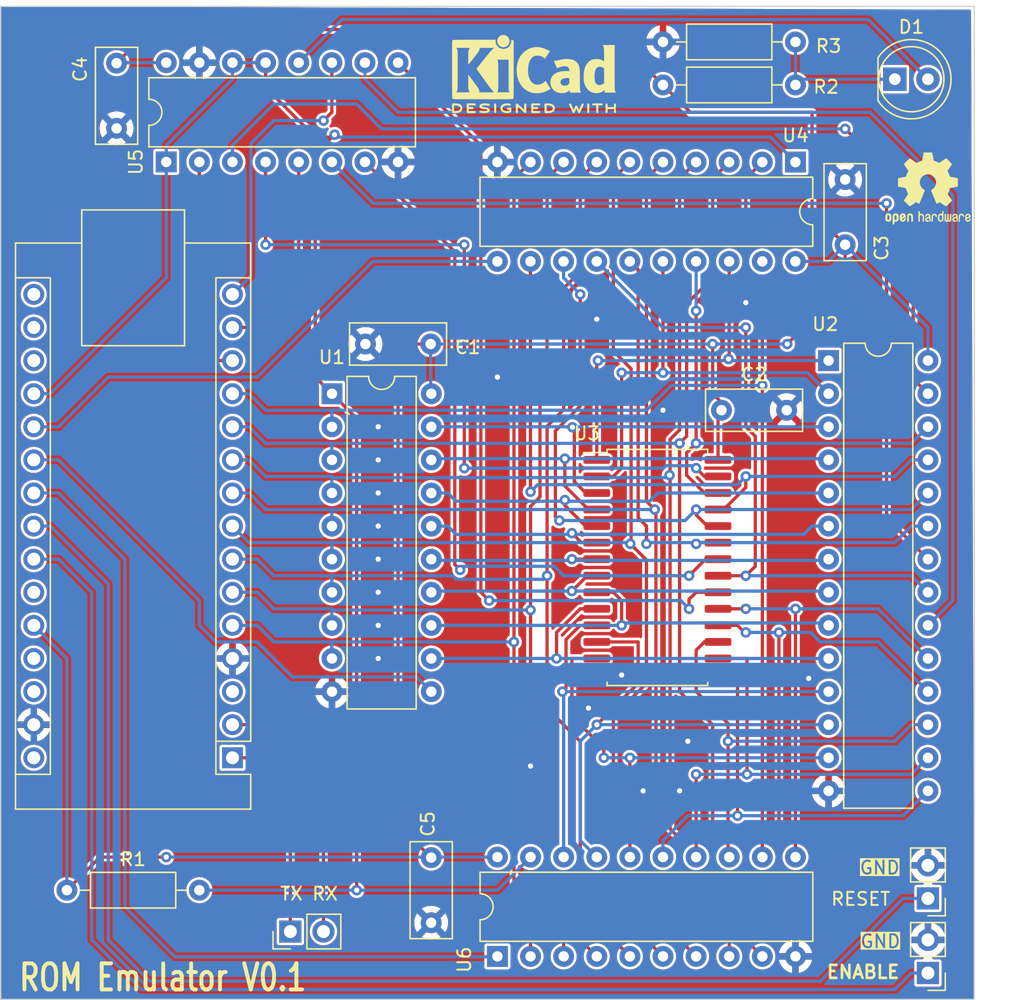
<source format=kicad_pcb>
(kicad_pcb (version 20221018) (generator pcbnew)
  (layers (0 "F.Cu" signal) (31 "B.Cu" signal) (34 "B.Paste" user) (35 "F.Paste" user) (36 "B.SilkS" user "B.Silkscreen") (37 "F.SilkS" user "F.Silkscreen") (38 "B.Mask" user) (39 "F.Mask" user) (44 "Edge.Cuts" user))
  (net 0 "")
  (net 1 "Net-(A1-D1{slash}TX)")
  (net 2 "Net-(A1-D0{slash}RX)")
  (net 4 "GND")
  (net 5 "/B0")
  (net 6 "/B1")
  (net 7 "/B2")
  (net 8 "/B3")
  (net 9 "/B4")
  (net 10 "/B5")
  (net 11 "/B6")
  (net 12 "/B7")
  (net 13 "/~{P_WE}")
  (net 14 "/~{P_OE}")
  (net 15 "/~{P_CS}")
  (net 19 "/MUX")
  (net 20 "/~{ADDRL}")
  (net 21 "/~{ADDRH}")
  (net 22 "/DIR")
  (net 23 "/T_RESET")
  (net 24 "/T_ENABLE")
  (net 26 "VCC")
  (net 30 "Net-(D1-KA)")
  (net 31 "Net-(D1-AK)")
  (net 32 "/A14")
  (net 33 "/A12")
  (net 34 "/A7")
  (net 35 "/A6")
  (net 36 "/A5")
  (net 37 "/A4")
  (net 38 "/A3")
  (net 39 "/A2")
  (net 40 "/A1")
  (net 41 "/A0")
  (net 42 "/D0")
  (net 43 "/D1")
  (net 44 "/D2")
  (net 45 "/D3")
  (net 46 "/D4")
  (net 47 "/D5")
  (net 48 "/D6")
  (net 49 "/D7")
  (net 50 "/~{T_CS}")
  (net 51 "/A10")
  (net 52 "/~{T_OE}")
  (net 53 "/A11")
  (net 54 "/A9")
  (net 55 "/A8")
  (net 56 "/A13")
  (net 57 "/~{T_WE}")
  (net 58 "/~{M_CS}")
  (net 59 "/~{M_OE}")
  (net 60 "/~{M_WE}")
  (footprint "Package_DIP:DIP-20_W7.62mm" (layer "F.Cu") (at 111.755 -205.73 -90)
    (fp_text reference "U4")
    (fp_text value "74LS573")
  )
  (footprint "Capacitor_THT:C_Rect_L7.2mm_W3.0mm_P5.00mm_FKS2_FKP2_MKS2_MKP2" (layer "F.Cu") (at 83.78 -191.77 180)
    (fp_text reference "C1")
    (fp_text value "C_Small")
  )
  (footprint "Symbol:KiCad-Logo2_5mm_SilkScreen" (layer "F.Cu") (at 91.7 -212.5)
    (fp_text reference "REF**" hide)
    (fp_text value "KiCad-Logo2_5mm_SilkScreen" hide)
  )
  (footprint "Resistor_THT:R_Axial_DIN0207_L6.3mm_D2.5mm_P10.16mm_Horizontal" (layer "F.Cu") (at 55.88 -149.86)
    (fp_text reference "R1")
    (fp_text value "R_Small")
  )
  (footprint "Capacitor_THT:C_Rect_L7.2mm_W3.0mm_P5.00mm_FKS2_FKP2_MKS2_MKP2" (layer "F.Cu") (at 59.69 -213.32 -90)
    (fp_text reference "C4")
    (fp_text value "C_Small")
  )
  (footprint "Symbol:OSHW-Logo2_7.3x6mm_SilkScreen" (layer "F.Cu") (at 121.92 -203.708)
    (fp_text reference "REF**" hide)
    (fp_text value "OSHW-Logo2_7.3x6mm_SilkScreen" hide)
  )
  (footprint "Package_DIP:DIP-20_W7.62mm" (layer "F.Cu") (at 76.21 -187.955)
    (fp_text reference "U1")
    (fp_text value "74LS573")
  )
  (footprint "Resistor_THT:R_Axial_DIN0207_L6.3mm_D2.5mm_P10.16mm_Horizontal" (layer "F.Cu") (at 101.6 -211.65)
    (fp_text reference "R2")
    (fp_text value "R_Small")
  )
  (footprint "Package_DIP:DIP-16_W7.62mm" (layer "F.Cu") (at 63.5 -205.74 90)
    (fp_text reference "U5")
    (fp_text value "74LS157")
  )
  (footprint "Capacitor_THT:C_Rect_L7.2mm_W3.0mm_P5.00mm_FKS2_FKP2_MKS2_MKP2" (layer "F.Cu") (at 106.085 -186.69)
    (fp_text reference "C2")
    (fp_text value "C_Small")
  )
  (footprint "Capacitor_THT:C_Rect_L7.2mm_W3.0mm_P5.00mm_FKS2_FKP2_MKS2_MKP2" (layer "F.Cu") (at 115.57 -199.39 90)
    (fp_text reference "C3")
    (fp_text value "C_Small")
  )
  (footprint "Resistor_THT:R_Axial_DIN0207_L6.3mm_D2.5mm_P10.16mm_Horizontal" (layer "F.Cu") (at 111.76 -214.95 180)
    (fp_text reference "R3")
    (fp_text value "R_Small")
  )
  (footprint "Connector_PinHeader_2.54mm:PinHeader_1x02_P2.54mm_Vertical" (layer "F.Cu") (at 121.92 -149.225 180)
    (fp_text reference "J2" hide)
    (fp_text value "Conn_01x02")
  )
  (footprint "Package_DIP:DIP-28_W7.62mm" (layer "F.Cu") (at 114.3 -190.5)
    (fp_text reference "U2")
    (fp_text value "28C256")
  )
  (footprint "Connector_PinHeader_2.54mm:PinHeader_1x02_P2.54mm_Vertical" (layer "F.Cu") (at 121.92 -143.505 180)
    (fp_text reference "J3" hide)
    (fp_text value "Conn_01x02")
  )
  (footprint "Capacitor_THT:C_Rect_L7.2mm_W3.0mm_P5.00mm_FKS2_FKP2_MKS2_MKP2" (layer "F.Cu") (at 83.82 -152.36 -90)
    (fp_text reference "C5")
    (fp_text value "C_Small")
  )
  (footprint "Package_DIP:DIP-20_W7.62mm" (layer "F.Cu") (at 88.9 -144.78 90)
    (fp_text reference "U6")
    (fp_text value "74LS245")
  )
  (footprint "Module:Arduino_Nano" (layer "F.Cu") (at 68.58 -160.02 180)
    (fp_text reference "A1" hide)
    (fp_text value "Arduino_Nano_v3.x")
  )
  (footprint "Connector_PinHeader_2.54mm:PinHeader_1x02_P2.54mm_Vertical" (layer "F.Cu") (at 73.02 -146.685 90)
    (fp_text reference "J1" hide)
    (fp_text value "Conn_01x02")
  )
  (footprint "LED_THT:LED_D5.0mm_FlatTop" (layer "F.Cu") (at 119.38 -212.09)
    (fp_text reference "D1")
    (fp_text value "LED_Dual_Bidirectional")
  )
  (footprint "Package_SO:SOIC-28W_7.5x17.9mm_P1.27mm" (layer "F.Cu") (at 101.17 -174.625)
    (fp_text reference "U3")
    (fp_text value "FM18W08-SG")
  )
  (gr_rect (start 50.8 -217.678) (end 125.476 -141.478) (stroke (width 0.1)) (fill none) (layer "Edge.Cuts"))
  (gr_text "ENABLE" (at 114.05 -143) (layer "F.SilkS") (effects (font (size 1 1) (thickness 0.2) bold) (justify left bottom)))
  (gr_text "RESET" (at 114.4 -148.6) (layer "F.SilkS") (effects (font (size 1 1)) (justify left bottom)))
  (gr_text "RX" (at 74.6 -149) (layer "F.SilkS") (effects (font (size 1 1)) (justify left bottom)))
  (gr_text "GND" (at 116.65 -145.35) (layer "F.SilkS" knockout) (effects (font (size 1 1)) (justify left bottom)))
  (gr_text "TX" (at 72.15 -149) (layer "F.SilkS") (effects (font (size 1 1)) (justify left bottom)))
  (gr_text "ROM Emulator V0.1" (at 52.07 -141.986) (layer "F.SilkS") (effects (font (size 2 1.5) (thickness 0.3) bold) (justify left bottom)))
  (gr_text "GND" (at 116.6 -151) (layer "F.SilkS" knockout) (effects (font (size 1 1)) (justify left bottom)))
  (segment (start 73.02 -156.85) (end 73.02 -146.685) (width 0.25) (layer "F.Cu") (net 1))
  (segment (start 68.58 -160.02) (end 69.85 -160.02) (width 0.25) (layer "F.Cu") (net 1))
  (segment (start 69.85 -160.02) (end 73.02 -156.85) (width 0.25) (layer "F.Cu") (net 1))
  (segment (start 70.1675 -162.56) (end 75.56 -157.1675) (width 0.25) (layer "F.Cu") (net 2))
  (segment (start 68.58 -162.56) (end 70.1675 -162.56) (width 0.25) (layer "F.Cu") (net 2))
  (segment (start 75.56 -157.1675) (end 75.56 -146.685) (width 0.25) (layer "F.Cu") (net 2))
  (via (at 101.6 -186.69) (size 0.8) (drill 0.4) (layers "F.Cu" "B.Cu") (net 4))
  (via (at 79.756 -182.88) (size 0.8) (drill 0.4) (layers "F.Cu" "B.Cu") (net 4))
  (via (at 79.756 -167.64) (size 0.8) (drill 0.4) (layers "F.Cu" "B.Cu") (net 4))
  (via (at 112.776 -166.116) (size 0.8) (drill 0.4) (layers "F.Cu" "B.Cu") (net 4))
  (via (at 88.9 -189.23) (size 0.8) (drill 0.4) (layers "F.Cu" "B.Cu") (net 4))
  (via (at 79.756 -175.26) (size 0.8) (drill 0.4) (layers "F.Cu" "B.Cu") (net 4))
  (via (at 102.87 -157.48) (size 0.8) (drill 0.4) (layers "F.Cu" "B.Cu") (net 4))
  (via (at 79.756 -185.42) (size 0.8) (drill 0.4) (layers "F.Cu" "B.Cu") (net 4))
  (via (at 95.885 -163.83) (size 0.8) (drill 0.4) (layers "F.Cu" "B.Cu") (net 4))
  (via (at 103.505 -161.29) (size 0.8) (drill 0.4) (layers "F.Cu" "B.Cu") (net 4))
  (via (at 91.44 -159.385) (size 0.8) (drill 0.4) (layers "F.Cu" "B.Cu") (net 4))
  (via (at 96.52 -193.675) (size 0.8) (drill 0.4) (layers "F.Cu" "B.Cu") (net 4))
  (via (at 79.756 -170.18) (size 0.8) (drill 0.4) (layers "F.Cu" "B.Cu") (net 4))
  (via (at 98.425 -166.37) (size 0.8) (drill 0.4) (layers "F.Cu" "B.Cu") (net 4))
  (via (at 100.076 -157.48) (size 0.8) (drill 0.4) (layers "F.Cu" "B.Cu") (net 4))
  (via (at 107.95 -194.945) (size 0.8) (drill 0.4) (layers "F.Cu" "B.Cu") (net 4))
  (via (at 79.756 -180.34) (size 0.8) (drill 0.4) (layers "F.Cu" "B.Cu") (net 4))
  (via (at 79.756 -172.72) (size 0.8) (drill 0.4) (layers "F.Cu" "B.Cu") (net 4))
  (via (at 79.756 -177.8) (size 0.8) (drill 0.4) (layers "F.Cu" "B.Cu") (net 4))
  (segment (start 91.44 -146.05) (end 90.17 -147.32) (width 0.25) (layer "F.Cu") (net 5))
  (segment (start 90.17 -204.465) (end 91.435 -205.73) (width 0.25) (layer "F.Cu") (net 5))
  (segment (start 91.44 -144.78) (end 91.44 -146.05) (width 0.25) (layer "F.Cu") (net 5))
  (segment (start 90.17 -147.32) (end 90.17 -204.465) (width 0.25) (layer "F.Cu") (net 5))
  (via (at 90.17 -168.91) (size 0.8) (drill 0.4) (layers "F.Cu" "B.Cu") (net 5))
  (segment (start 70.485 -170.18) (end 71.755 -168.91) (width 0.25) (layer "B.Cu") (net 5))
  (segment (start 76.2 -168.91) (end 90.17 -168.91) (width 0.25) (layer "B.Cu") (net 5))
  (segment (start 68.58 -170.18) (end 70.485 -170.18) (width 0.25) (layer "B.Cu") (net 5))
  (segment (start 76.2 -168.91) (end 76.2 -167.645) (width 0.25) (layer "B.Cu") (net 5))
  (segment (start 71.755 -168.91) (end 76.2 -168.91) (width 0.25) (layer "B.Cu") (net 5))
  (segment (start 92.1645 -180.128076) (end 92.1677 -180.131276) (width 0.25) (layer "F.Cu") (net 6))
  (segment (start 92.1645 -180.737324) (end 92.1645 -187.4145) (width 0.25) (layer "F.Cu") (net 6))
  (segment (start 92.71 -147.32) (end 92.71 -162.56) (width 0.25) (layer "F.Cu") (net 6))
  (segment (start 92.1645 -187.4145) (end 92.71 -187.96) (width 0.25) (layer "F.Cu") (net 6))
  (segment (start 91.44 -163.83) (end 91.44 -179.315402) (width 0.25) (layer "F.Cu") (net 6))
  (segment (start 92.1645 -180.039902) (end 92.1645 -180.128076) (width 0.25) (layer "F.Cu") (net 6))
  (segment (start 93.98 -144.78) (end 93.98 -146.05) (width 0.25) (layer "F.Cu") (net 6))
  (segment (start 93.98 -146.05) (end 92.71 -147.32) (width 0.25) (layer "F.Cu") (net 6))
  (segment (start 92.1677 -180.131276) (end 92.1677 -180.734124) (width 0.25) (layer "F.Cu") (net 6))
  (segment (start 92.71 -162.56) (end 91.44 -163.83) (width 0.25) (layer "F.Cu") (net 6))
  (segment (start 92.71 -204.465) (end 93.975 -205.73) (width 0.25) (layer "F.Cu") (net 6))
  (segment (start 91.44 -179.315402) (end 92.1645 -180.039902) (width 0.25) (layer "F.Cu") (net 6))
  (segment (start 92.71 -187.96) (end 92.71 -204.465) (width 0.25) (layer "F.Cu") (net 6))
  (segment (start 92.1677 -180.734124) (end 92.1645 -180.737324) (width 0.25) (layer "F.Cu") (net 6))
  (via (at 91.44 -171.3573) (size 0.8) (drill 0.4) (layers "F.Cu" "B.Cu") (net 6))
  (segment (start 71.755 -171.45) (end 76.2 -171.45) (width 0.25) (layer "B.Cu") (net 6))
  (segment (start 76.2 -171.45) (end 76.2 -170.185) (width 0.25) (layer "B.Cu") (net 6))
  (segment (start 68.58 -172.72) (end 70.485 -172.72) (width 0.25) (layer "B.Cu") (net 6))
  (segment (start 76.2 -171.45) (end 76.2927 -171.3573) (width 0.25) (layer "B.Cu") (net 6))
  (segment (start 70.485 -172.72) (end 71.755 -171.45) (width 0.25) (layer "B.Cu") (net 6))
  (segment (start 76.2927 -171.3573) (end 91.44 -171.3573) (width 0.25) (layer "B.Cu") (net 6))
  (segment (start 96.515 -205.73) (end 95.25 -204.465) (width 0.25) (layer "F.Cu") (net 7))
  (segment (start 93.98 -196.049742) (end 93.98 -186.73) (width 0.25) (layer "F.Cu") (net 7))
  (segment (start 95.25 -204.465) (end 95.25 -197.319742) (width 0.25) (layer "F.Cu") (net 7))
  (segment (start 92.706899 -173.983799) (end 92.709999 -173.986899) (width 0.25) (layer "F.Cu") (net 7))
  (segment (start 96.52 -144.78) (end 95.25 -146.05) (width 0.25) (layer "F.Cu") (net 7))
  (segment (start 92.706899 -163.827885) (end 92.706899 -173.983799) (width 0.25) (layer "F.Cu") (net 7))
  (segment (start 92.71 -185.46) (end 92.709999 -173.986899) (width 0.25) (layer "F.Cu") (net 7))
  (segment (start 95.25 -161.284784) (end 92.706899 -163.827885) (width 0.25) (layer "F.Cu") (net 7))
  (segment (start 93.98 -186.73) (end 92.71 -185.46) (width 0.25) (layer "F.Cu") (net 7))
  (segment (start 95.25 -146.05) (end 95.25 -161.284784) (width 0.25) (layer "F.Cu") (net 7))
  (segment (start 95.25 -197.319742) (end 93.98 -196.049742) (width 0.25) (layer "F.Cu") (net 7))
  (via (at 92.709999 -173.986899) (size 0.8) (drill 0.4) (layers "F.Cu" "B.Cu") (net 7))
  (segment (start 85.741076 -173.7119) (end 92.435 -173.7119) (width 0.25) (layer "B.Cu") (net 7))
  (segment (start 71.755 -173.99) (end 76.2 -173.99) (width 0.25) (layer "B.Cu") (net 7))
  (segment (start 85.462976 -173.99) (end 85.741076 -173.7119) (width 0.25) (layer "B.Cu") (net 7))
  (segment (start 76.2 -173.99) (end 76.2 -172.725) (width 0.25) (layer "B.Cu") (net 7))
  (segment (start 92.435 -173.7119) (end 92.709999 -173.986899) (width 0.25) (layer "B.Cu") (net 7))
  (segment (start 70.485 -175.26) (end 71.755 -173.99) (width 0.25) (layer "B.Cu") (net 7))
  (segment (start 76.2 -173.99) (end 85.462976 -173.99) (width 0.25) (layer "B.Cu") (net 7))
  (segment (start 68.58 -175.26) (end 70.485 -175.26) (width 0.25) (layer "B.Cu") (net 7))
  (segment (start 99.1527 -189.867536) (end 99.1527 -176.496306) (width 0.25) (layer "F.Cu") (net 8))
  (segment (start 97.79 -146.05) (end 97.79 -163.189784) (width 0.25) (layer "F.Cu") (net 8))
  (segment (start 99.1527 -176.496306) (end 99.093694 -176.4373) (width 0.25) (layer "F.Cu") (net 8))
  (segment (start 99.06 -144.78) (end 97.79 -146.05) (width 0.25) (layer "F.Cu") (net 8))
  (segment (start 97.79 -204.465) (end 97.79 -191.230236) (width 0.25) (layer "F.Cu") (net 8))
  (segment (start 100.33 -175.200994) (end 99.093694 -176.4373) (width 0.25) (layer "F.Cu") (net 8))
  (segment (start 100.33 -165.729784) (end 100.33 -175.200994) (width 0.25) (layer "F.Cu") (net 8))
  (segment (start 97.79 -163.189784) (end 100.33 -165.729784) (width 0.25) (layer "F.Cu") (net 8))
  (segment (start 97.79 -191.230236) (end 99.1527 -189.867536) (width 0.25) (layer "F.Cu") (net 8))
  (segment (start 99.055 -205.73) (end 97.79 -204.465) (width 0.25) (layer "F.Cu") (net 8))
  (via (at 99.093694 -176.4373) (size 0.8) (drill 0.4) (layers "F.Cu" "B.Cu") (net 8))
  (segment (start 68.58 -177.8) (end 69.85 -176.53) (width 0.25) (layer "B.Cu") (net 8))
  (segment (start 76.2 -176.53) (end 76.2 -175.265) (width 0.25) (layer "B.Cu") (net 8))
  (segment (start 99.000994 -176.53) (end 99.093694 -176.4373) (width 0.25) (layer "B.Cu") (net 8))
  (segment (start 76.2 -176.53) (end 99.000994 -176.53) (width 0.25) (layer "B.Cu") (net 8))
  (segment (start 69.85 -176.53) (end 76.2 -176.53) (width 0.25) (layer "B.Cu") (net 8))
  (segment (start 101.057701 -155.667701) (end 101.057701 -178.977299) (width 0.25) (layer "F.Cu") (net 9))
  (segment (start 100.4718 -145.9082) (end 100.4718 -155.0818) (width 0.25) (layer "F.Cu") (net 9))
  (segment (start 100.4718 -155.0818) (end 101.057701 -155.667701) (width 0.25) (layer "F.Cu") (net 9))
  (segment (start 101.595 -205.73) (end 100.33 -204.465) (width 0.25) (layer "F.Cu") (net 9))
  (segment (start 100.33 -204.465) (end 100.33 -179.705) (width 0.25) (layer "F.Cu") (net 9))
  (segment (start 101.6 -144.78) (end 100.4718 -145.9082) (width 0.25) (layer "F.Cu") (net 9))
  (segment (start 101.057701 -178.977299) (end 100.965 -179.07) (width 0.25) (layer "F.Cu") (net 9))
  (segment (start 100.33 -179.705) (end 100.965 -179.07) (width 0.25) (layer "F.Cu") (net 9))
  (via (at 100.965 -179.07) (size 0.8) (drill 0.4) (layers "F.Cu" "B.Cu") (net 9))
  (segment (start 68.58 -180.34) (end 69.85 -180.34) (width 0.25) (layer "B.Cu") (net 9))
  (segment (start 76.2 -179.07) (end 76.2 -177.805) (width 0.25) (layer "B.Cu") (net 9))
  (segment (start 71.12 -179.07) (end 76.2 -179.07) (width 0.25) (layer "B.Cu") (net 9))
  (segment (start 76.2 -179.07) (end 100.965 -179.07) (width 0.25) (layer "B.Cu") (net 9))
  (segment (start 69.85 -180.34) (end 71.12 -179.07) (width 0.25) (layer "B.Cu") (net 9))
  (segment (start 102.1423 -154.560458) (end 102.87 -153.832758) (width 0.25) (layer "F.Cu") (net 10))
  (segment (start 102.87 -146.05) (end 104.14 -144.78) (width 0.25) (layer "F.Cu") (net 10))
  (segment (start 102.1423 -184.451424) (end 102.1423 -154.560458) (width 0.25) (layer "F.Cu") (net 10))
  (segment (start 102.87 -204.465) (end 102.87 -185.179124) (width 0.25) (layer "F.Cu") (net 10))
  (segment (start 102.87 -153.832758) (end 102.87 -146.05) (width 0.25) (layer "F.Cu") (net 10))
  (segment (start 104.135 -205.73) (end 102.87 -204.465) (width 0.25) (layer "F.Cu") (net 10))
  (segment (start 102.87 -185.179124) (end 102.1423 -184.451424) (width 0.25) (layer "F.Cu") (net 10))
  (via (at 102.10222 -181.7027) (size 0.8) (drill 0.4) (layers "F.Cu" "B.Cu") (net 10))
  (segment (start 76.2 -181.61) (end 76.2 -180.345) (width 0.25) (layer "B.Cu") (net 10))
  (segment (start 76.2 -181.61) (end 76.2927 -181.5173) (width 0.25) (layer "B.Cu") (net 10))
  (segment (start 71.12 -181.61) (end 76.2 -181.61) (width 0.25) (layer "B.Cu") (net 10))
  (segment (start 69.85 -182.88) (end 71.12 -181.61) (width 0.25) (layer "B.Cu") (net 10))
  (segment (start 101.91682 -181.5173) (end 102.10222 -181.7027) (width 0.25) (layer "B.Cu") (net 10))
  (segment (start 68.58 -182.88) (end 69.85 -182.88) (width 0.25) (layer "B.Cu") (net 10))
  (segment (start 76.2927 -181.5173) (end 101.91682 -181.5173) (width 0.25) (layer "B.Cu") (net 10))
  (segment (start 105.41 -204.465) (end 105.41 -196.85) (width 0.25) (layer "F.Cu") (net 11))
  (segment (start 103.412299 -184.692299) (end 102.87 -184.15) (width 0.25) (layer "F.Cu") (net 11))
  (segment (start 105.41 -147.32) (end 105.41 -162.56) (width 0.25) (layer "F.Cu") (net 11))
  (segment (start 106.675 -205.73) (end 105.41 -204.465) (width 0.25) (layer "F.Cu") (net 11))
  (segment (start 105.41 -162.56) (end 102.87 -165.1) (width 0.25) (layer "F.Cu") (net 11))
  (segment (start 106.68 -144.78) (end 106.68 -146.05) (width 0.25) (layer "F.Cu") (net 11))
  (segment (start 103.412299 -194.852299) (end 103.412299 -184.692299) (width 0.25) (layer "F.Cu") (net 11))
  (segment (start 105.41 -196.85) (end 103.412299 -194.852299) (width 0.25) (layer "F.Cu") (net 11))
  (segment (start 102.87 -165.1) (end 102.87 -184.15) (width 0.25) (layer "F.Cu") (net 11))
  (segment (start 106.68 -146.05) (end 105.41 -147.32) (width 0.25) (layer "F.Cu") (net 11))
  (via (at 102.87 -184.15) (size 0.8) (drill 0.4) (layers "F.Cu" "B.Cu") (net 11))
  (segment (start 68.58 -185.42) (end 69.85 -185.42) (width 0.25) (layer "B.Cu") (net 11))
  (segment (start 69.85 -185.42) (end 71.12 -184.15) (width 0.25) (layer "B.Cu") (net 11))
  (segment (start 76.2 -184.15) (end 102.87 -184.15) (width 0.25) (layer "B.Cu") (net 11))
  (segment (start 71.12 -184.15) (end 76.2 -184.15) (width 0.25) (layer "B.Cu") (net 11))
  (segment (start 76.2 -184.15) (end 76.2 -182.885) (width 0.25) (layer "B.Cu") (net 11))
  (segment (start 109.22 -196.509484) (end 109.22 -154.94) (width 0.25) (layer "F.Cu") (net 12))
  (segment (start 109.215 -205.73) (end 107.95 -204.465) (width 0.25) (layer "F.Cu") (net 12))
  (segment (start 107.95 -146.05) (end 109.22 -144.78) (width 0.25) (layer "F.Cu") (net 12))
  (segment (start 109.22 -154.94) (end 107.95 -153.67) (width 0.25) (layer "F.Cu") (net 12))
  (segment (start 107.95 -197.779484) (end 109.22 -196.509484) (width 0.25) (layer "F.Cu") (net 12))
  (segment (start 107.95 -153.67) (end 107.95 -146.05) (width 0.25) (layer "F.Cu") (net 12))
  (segment (start 107.95 -204.465) (end 107.95 -197.779484) (width 0.25) (layer "F.Cu") (net 12))
  (via (at 109.22 -188.595) (size 0.8) (drill 0.4) (layers "F.Cu" "B.Cu") (net 12))
  (segment (start 71.12 -186.69) (end 76.2 -186.69) (width 0.25) (layer "B.Cu") (net 12))
  (segment (start 102.235 -188.595) (end 109.22 -188.595) (width 0.25) (layer "B.Cu") (net 12))
  (segment (start 76.2 -186.69) (end 76.2 -185.425) (width 0.25) (layer "B.Cu") (net 12))
  (segment (start 69.85 -187.96) (end 71.12 -186.69) (width 0.25) (layer "B.Cu") (net 12))
  (segment (start 76.2 -186.69) (end 100.33 -186.69) (width 0.25) (layer "B.Cu") (net 12))
  (segment (start 68.58 -187.96) (end 69.85 -187.96) (width 0.25) (layer "B.Cu") (net 12))
  (segment (start 100.33 -186.69) (end 102.235 -188.595) (width 0.25) (layer "B.Cu") (net 12))
  (segment (start 67.31 -190.5) (end 66.04 -191.77) (width 0.25) (layer "F.Cu") (net 13))
  (segment (start 66.04 -191.77) (end 66.04 -205.74) (width 0.25) (layer "F.Cu") (net 13))
  (segment (start 68.58 -190.5) (end 67.31 -190.5) (width 0.25) (layer "F.Cu") (net 13))
  (segment (start 68.58 -193.04) (end 71.12 -193.04) (width 0.25) (layer "F.Cu") (net 14))
  (segment (start 73.66 -195.58) (end 73.66 -205.74) (width 0.25) (layer "F.Cu") (net 14))
  (segment (start 71.12 -193.04) (end 73.66 -195.58) (width 0.25) (layer "F.Cu") (net 14))
  (segment (start 76.2 -213.36) (end 76.2 -209.55) (width 0.25) (layer "F.Cu") (net 15))
  (segment (start 76.2 -209.55) (end 75.565 -208.915) (width 0.25) (layer "F.Cu") (net 15))
  (via (at 75.565 -208.915) (size 0.8) (drill 0.4) (layers "F.Cu" "B.Cu") (net 15))
  (segment (start 71.755 -208.915) (end 75.565 -208.915) (width 0.25) (layer "B.Cu") (net 15))
  (segment (start 69.9918 -196.9918) (end 69.9918 -207.1518) (width 0.25) (layer "B.Cu") (net 15))
  (segment (start 69.9918 -207.1518) (end 71.755 -208.915) (width 0.25) (layer "B.Cu") (net 15))
  (segment (start 68.58 -195.58) (end 69.9918 -196.9918) (width 0.25) (layer "B.Cu") (net 15))
  (segment (start 74.93 -206.354949) (end 76.407088 -207.832037) (width 0.25) (layer "F.Cu") (net 19))
  (segment (start 76.21 -187.955) (end 78.105 -186.06) (width 0.25) (layer "F.Cu") (net 19))
  (segment (start 76.21 -187.955) (end 74.93 -189.235) (width 0.25) (layer "F.Cu") (net 19))
  (segment (start 71.12 -213.36) (end 71.12 -211.455) (width 0.25) (layer "F.Cu") (net 19))
  (segment (start 74.93 -189.235) (end 74.93 -206.354949) (width 0.25) (layer "F.Cu") (net 19))
  (segment (start 76.220051 -207.645) (end 76.407088 -207.832037) (width 0.25) (layer "F.Cu") (net 19))
  (segment (start 71.12 -211.455) (end 74.93 -207.645) (width 0.25) (layer "F.Cu") (net 19))
  (segment (start 74.93 -207.645) (end 76.220051 -207.645) (width 0.25) (layer "F.Cu") (net 19))
  (segment (start 78.105 -186.06) (end 78.105 -149.86) (width 0.25) (layer "F.Cu") (net 19))
  (via (at 78.105 -149.86) (size 0.8) (drill 0.4) (layers "F.Cu" "B.Cu") (net 19))
  (via (at 76.407088 -207.832037) (size 0.8) (drill 0.4) (layers "F.Cu" "B.Cu") (net 19))
  (segment (start 109.84 -207.645) (end 76.594125 -207.645) (width 0.25) (layer "B.Cu") (net 19))
  (segment (start 63.5 -205.74) (end 63.5 -207.01) (width 0.25) (layer "B.Cu") (net 19))
  (segment (start 63.5 -196.85) (end 63.5 -205.74) (width 0.25) (layer "B.Cu") (net 19))
  (segment (start 68.58 -213.36) (end 71.12 -213.36) (width 0.25) (layer "B.Cu") (net 19))
  (segment (start 76.594125 -207.645) (end 76.407088 -207.832037) (width 0.25) (layer "B.Cu") (net 19))
  (segment (start 66.04 -149.86) (end 88.9 -149.86) (width 0.25) (layer "B.Cu") (net 19))
  (segment (start 63.5 -207.01) (end 68.58 -212.09) (width 0.25) (layer "B.Cu") (net 19))
  (segment (start 88.9 -149.86) (end 91.44 -152.4) (width 0.25) (layer "B.Cu") (net 19))
  (segment (start 68.58 -212.09) (end 68.58 -213.36) (width 0.25) (layer "B.Cu") (net 19))
  (segment (start 111.755 -205.73) (end 109.84 -207.645) (width 0.25) (layer "B.Cu") (net 19))
  (segment (start 53.34 -187.96) (end 54.61 -187.96) (width 0.25) (layer "B.Cu") (net 19))
  (segment (start 54.61 -187.96) (end 63.5 -196.85) (width 0.25) (layer "B.Cu") (net 19))
  (segment (start 67.31 -168.91) (end 70.485 -168.91) (width 0.25) (layer "B.Cu") (net 20))
  (segment (start 73.1718 -166.2232) (end 82.7018 -166.2232) (width 0.25) (layer "B.Cu") (net 20))
  (segment (start 70.485 -168.91) (end 73.1718 -166.2232) (width 0.25) (layer "B.Cu") (net 20))
  (segment (start 66.04 -172.085) (end 66.04 -170.18) (width 0.25) (layer "B.Cu") (net 20))
  (segment (start 82.7018 -166.2232) (end 83.83 -165.095) (width 0.25) (layer "B.Cu") (net 20))
  (segment (start 53.34 -182.88) (end 55.245 -182.88) (width 0.25) (layer "B.Cu") (net 20))
  (segment (start 66.04 -170.18) (end 67.31 -168.91) (width 0.25) (layer "B.Cu") (net 20))
  (segment (start 55.245 -182.88) (end 66.04 -172.085) (width 0.25) (layer "B.Cu") (net 20))
  (segment (start 53.34 -185.42) (end 55.245 -185.42) (width 0.25) (layer "B.Cu") (net 21))
  (segment (start 70.485 -189.23) (end 79.365 -198.11) (width 0.25) (layer "B.Cu") (net 21))
  (segment (start 55.245 -185.42) (end 59.055 -189.23) (width 0.25) (layer "B.Cu") (net 21))
  (segment (start 79.365 -198.11) (end 88.895 -198.11) (width 0.25) (layer "B.Cu") (net 21))
  (segment (start 59.055 -189.23) (end 70.485 -189.23) (width 0.25) (layer "B.Cu") (net 21))
  (segment (start 64.165 -144.75) (end 88.87 -144.75) (width 0.25) (layer "B.Cu") (net 22))
  (segment (start 60.325 -175.26) (end 60.325 -148.59) (width 0.25) (layer "B.Cu") (net 22))
  (segment (start 88.87 -144.75) (end 88.9 -144.78) (width 0.25) (layer "B.Cu") (net 22))
  (segment (start 60.325 -148.59) (end 64.165 -144.75) (width 0.25) (layer "B.Cu") (net 22))
  (segment (start 55.245 -180.34) (end 60.325 -175.26) (width 0.25) (layer "B.Cu") (net 22))
  (segment (start 53.34 -180.34) (end 55.245 -180.34) (width 0.25) (layer "B.Cu") (net 22))
  (segment (start 121.92 -149.225) (end 120.015 -149.225) (width 0.25) (layer "B.Cu") (net 23))
  (segment (start 59.055 -146.05) (end 59.055 -173.355) (width 0.25) (layer "B.Cu") (net 23))
  (segment (start 120.015 -149.225) (end 113.665 -142.875) (width 0.25) (layer "B.Cu") (net 23))
  (segment (start 62.23 -142.875) (end 59.055 -146.05) (width 0.25) (layer "B.Cu") (net 23))
  (segment (start 113.665 -142.875) (end 62.23 -142.875) (width 0.25) (layer "B.Cu") (net 23))
  (segment (start 59.055 -173.355) (end 54.61 -177.8) (width 0.25) (layer "B.Cu") (net 23))
  (segment (start 54.61 -177.8) (end 53.34 -177.8) (width 0.25) (layer "B.Cu") (net 23))
  (segment (start 120.645 -143.505) (end 121.92 -143.505) (width 0.25) (layer "B.Cu") (net 24))
  (segment (start 119.38 -142.24) (end 120.645 -143.505) (width 0.25) (layer "B.Cu") (net 24))
  (segment (start 61.595 -142.24) (end 57.785 -146.05) (width 0.25) (layer "B.Cu") (net 24))
  (segment (start 57.785 -146.05) (end 57.785 -172.72) (width 0.25) (layer "B.Cu") (net 24))
  (segment (start 119.38 -142.24) (end 61.595 -142.24) (width 0.25) (layer "B.Cu") (net 24))
  (segment (start 55.245 -175.26) (end 53.34 -175.26) (width 0.25) (layer "B.Cu") (net 24))
  (segment (start 57.785 -172.72) (end 55.245 -175.26) (width 0.25) (layer "B.Cu") (net 24))
  (segment (start 113.03 -201.93) (end 113.03 -209.55) (width 0.25) (layer "F.Cu") (net 26))
  (segment (start 111.125 -191.77) (end 115.57 -196.215) (width 0.25) (layer "F.Cu") (net 26))
  (segment (start 115.57 -199.39) (end 113.03 -201.93) (width 0.25) (layer "F.Cu") (net 26))
  (segment (start 62.27 -215.9) (end 59.69 -213.32) (width 0.25) (layer "F.Cu") (net 26))
  (segment (start 97.35 -215.9) (end 62.27 -215.9) (width 0.25) (layer "F.Cu") (net 26))
  (segment (start 82.55 -191.77) (end 81.28 -190.5) (width 0.25) (layer "F.Cu") (net 26))
  (segment (start 105.41 -187.96) (end 105.41 -191.77) (width 0.25) (layer "F.Cu") (net 26))
  (segment (start 115.57 -196.215) (end 115.57 -199.39) (width 0.25) (layer "F.Cu") (net 26))
  (segment (start 58.42 -152.4) (end 55.88 -149.86) (width 0.25) (layer "F.Cu") (net 26))
  (segment (start 113.03 -209.55) (end 103.7 -209.55) (width 0.25) (layer "F.Cu") (net 26))
  (segment (start 105.82 -182.88) (end 105.82 -186.425) (width 0.25) (layer "F.Cu") (net 26))
  (segment (start 81.28 -190.5) (end 81.28 -154.9) (width 0.25) (layer "F.Cu") (net 26))
  (segment (start 63.5 -152.4) (end 58.42 -152.4) (width 0.25) (layer "F.Cu") (net 26))
  (segment (start 83.78 -191.77) (end 82.55 -191.77) (width 0.25) (layer "F.Cu") (net 26))
  (segment (start 103.7 -209.55) (end 97.35 -215.9) (width 0.25) (layer "F.Cu") (net 26))
  (segment (start 81.28 -154.9) (end 83.82 -152.36) (width 0.25) (layer "F.Cu") (net 26))
  (segment (start 106.085 -187.285) (end 105.41 -187.96) (width 0.25) (layer "F.Cu") (net 26))
  (via (at 63.5 -152.4) (size 0.8) (drill 0.4) (layers "F.Cu" "B.Cu") (net 26))
  (via (at 111.125 -191.77) (size 0.8) (drill 0.4) (layers "F.Cu" "B.Cu") (net 26))
  (via (at 105.41 -191.77) (size 0.8) (drill 0.4) (layers "F.Cu" "B.Cu") (net 26))
  (segment (start 55.88 -167.64) (end 53.34 -170.18) (width 0.25) (layer "B.Cu") (net 26))
  (segment (start 83.78 -152.4) (end 63.5 -152.4) (width 0.25) (layer "B.Cu") (net 26))
  (segment (start 83.78 -191.77) (end 105.41 -191.77) (width 0.25) (layer "B.Cu") (net 26))
  (segment (start 55.88 -149.86) (end 55.88 -167.64) (width 0.25) (layer "B.Cu") (net 26))
  (segment (start 121.92 -190.5) (end 121.92 -193.04) (width 0.25) (layer "B.Cu") (net 26))
  (segment (start 114.29 -198.11) (end 115.57 -199.39) (width 0.25) (layer "B.Cu") (net 26))
  (segment (start 105.41 -191.77) (end 111.125 -191.77) (width 0.25) (layer "B.Cu") (net 26))
  (segment (start 88.9 -152.4) (end 83.86 -152.4) (width 0.25) (layer "B.Cu") (net 26))
  (segment (start 111.755 -198.11) (end 114.29 -198.11) (width 0.25) (layer "B.Cu") (net 26))
  (segment (start 83.78 -191.77) (end 83.78 -188.005) (width 0.25) (layer "B.Cu") (net 26))
  (segment (start 121.92 -193.04) (end 115.57 -199.39) (width 0.25) (layer "B.Cu") (net 26))
  (segment (start 59.73 -213.36) (end 63.5 -213.36) (width 0.25) (layer "B.Cu") (net 26))
  (segment (start 119.38 -212.09) (end 112.2 -212.09) (width 0.25) (layer "B.Cu") (net 30))
  (segment (start 112.2 -212.09) (end 111.76 -211.65) (width 0.25) (layer "B.Cu") (net 30))
  (segment (start 111.76 -214.95) (end 111.76 -211.65) (width 0.25) (layer "B.Cu") (net 30))
  (segment (start 76.962 -216.662) (end 73.66 -213.36) (width 0.25) (layer "B.Cu") (net 31))
  (segment (start 117.348 -216.662) (end 76.962 -216.662) (width 0.25) (layer "B.Cu") (net 31))
  (segment (start 121.92 -212.09) (end 117.348 -216.662) (width 0.25) (layer "B.Cu") (net 31))
  (segment (start 96.52 -182.88) (end 96.52 -190.4073) (width 0.25) (layer "F.Cu") (net 32))
  (segment (start 96.52 -190.4073) (end 96.6127 -190.5) (width 0.25) (layer "F.Cu") (net 32))
  (segment (start 106.675 -190.668982) (end 106.626668 -190.62065) (width 0.25) (layer "F.Cu") (net 32))
  (segment (start 106.675 -198.11) (end 106.675 -190.668982) (width 0.25) (layer "F.Cu") (net 32))
  (via (at 106.626668 -190.62065) (size 0.8) (drill 0.4) (layers "F.Cu" "B.Cu") (net 32))
  (via (at 96.6127 -190.5) (size 0.8) (drill 0.4) (layers "F.Cu" "B.Cu") (net 32))
  (segment (start 114.3 -190.5) (end 96.6127 -190.5) (width 0.25) (layer "B.Cu") (net 32))
  (segment (start 97.79 -181.61) (end 98.425 -182.245) (width 0.25) (layer "F.Cu") (net 33))
  (segment (start 98.425 -182.245) (end 98.425 -189.566112) (width 0.25) (layer "F.Cu") (net 33))
  (segment (start 101.595 -189.571112) (end 101.6 -189.566112) (width 0.25) (layer "F.Cu") (net 33))
  (segment (start 96.52 -181.61) (end 97.79 -181.61) (width 0.25) (layer "F.Cu") (net 33))
  (segment (start 101.595 -198.11) (end 101.595 -189.571112) (width 0.25) (layer "F.Cu") (net 33))
  (via (at 98.425 -189.566112) (size 0.8) (drill 0.4) (layers "F.Cu" "B.Cu") (net 33))
  (via (at 101.6 -189.566112) (size 0.8) (drill 0.4) (layers "F.Cu" "B.Cu") (net 33))
  (segment (start 112.693888 -189.566112) (end 98.425 -189.566112) (width 0.25) (layer "B.Cu") (net 33))
  (segment (start 114.3 -187.96) (end 112.693888 -189.566112) (width 0.25) (layer "B.Cu") (net 33))
  (segment (start 95.674402 -180.34) (end 94.7999 -181.214502) (width 0.25) (layer "F.Cu") (net 34))
  (segment (start 94.7999 -181.214502) (end 94.7999 -185.2351) (width 0.25) (layer "F.Cu") (net 34))
  (segment (start 94.7999 -185.2351) (end 94.651977 -185.383023) (width 0.25) (layer "F.Cu") (net 34))
  (via (at 94.651977 -185.383023) (size 0.8) (drill 0.4) (layers "F.Cu" "B.Cu") (net 34))
  (segment (start 94.688954 -185.42) (end 94.651977 -185.383023) (width 0.25) (layer "B.Cu") (net 34))
  (segment (start 94.615 -185.42) (end 94.651977 -185.383023) (width 0.25) (layer "B.Cu") (net 34))
  (segment (start 83.835 -185.42) (end 94.615 -185.42) (width 0.25) (layer "B.Cu") (net 34))
  (segment (start 114.3 -185.42) (end 94.688954 -185.42) (width 0.25) (layer "B.Cu") (net 34))
  (segment (start 95.885 -179.07) (end 94.0722 -180.8828) (width 0.25) (layer "F.Cu") (net 35))
  (segment (start 94.0722 -180.8828) (end 94.0722 -182.9727) (width 0.25) (layer "F.Cu") (net 35))
  (via (at 94.0722 -182.9727) (size 0.8) (drill 0.4) (layers "F.Cu" "B.Cu") (net 35))
  (segment (start 114.2073 -182.9727) (end 83.9277 -182.9727) (width 0.25) (layer "B.Cu") (net 35))
  (segment (start 96.0704 -177.8) (end 95.6602 -177.8) (width 0.25) (layer "F.Cu") (net 36))
  (segment (start 95.6602 -177.8) (end 94.0727 -179.3875) (width 0.25) (layer "F.Cu") (net 36))
  (segment (start 94.0727 -179.3875) (end 94.0727 -179.7977) (width 0.25) (layer "F.Cu") (net 36))
  (via (at 94.0727 -179.7977) (size 0.8) (drill 0.4) (layers "F.Cu" "B.Cu") (net 36))
  (segment (start 100.570876 -179.705) (end 85.725 -179.705) (width 0.25) (layer "B.Cu") (net 36))
  (segment (start 114.3 -180.34) (end 101.205876 -180.34) (width 0.25) (layer "B.Cu") (net 36))
  (segment (start 101.205876 -180.34) (end 100.570876 -179.705) (width 0.25) (layer "B.Cu") (net 36))
  (segment (start 85.09 -180.34) (end 83.835 -180.34) (width 0.25) (layer "B.Cu") (net 36))
  (segment (start 85.725 -179.705) (end 85.09 -180.34) (width 0.25) (layer "B.Cu") (net 36))
  (segment (start 96.52 -176.53) (end 95.3427 -176.53) (width 0.25) (layer "F.Cu") (net 37))
  (segment (start 95.3427 -176.53) (end 94.615 -177.2577) (width 0.25) (layer "F.Cu") (net 37))
  (via (at 94.615 -177.2577) (size 0.8) (drill 0.4) (layers "F.Cu" "B.Cu") (net 37))
  (segment (start 112.395 -177.165) (end 85.725 -177.165) (width 0.25) (layer "B.Cu") (net 37))
  (segment (start 114.3 -177.8) (end 113.03 -177.8) (width 0.25) (layer "B.Cu") (net 37))
  (segment (start 85.725 -177.165) (end 85.09 -177.8) (width 0.25) (layer "B.Cu") (net 37))
  (segment (start 85.09 -177.8) (end 83.835 -177.8) (width 0.25) (layer "B.Cu") (net 37))
  (segment (start 113.03 -177.8) (end 112.395 -177.165) (width 0.25) (layer "B.Cu") (net 37))
  (segment (start 96.52 -175.26) (end 94.615 -175.26) (width 0.25) (layer "F.Cu") (net 38))
  (via (at 94.615 -175.26) (size 0.8) (drill 0.4) (layers "F.Cu" "B.Cu") (net 38))
  (segment (start 94.7077 -175.1673) (end 94.615 -175.26) (width 0.25) (layer "B.Cu") (net 38))
  (segment (start 83.9177 -175.1673) (end 83.83 -175.255) (width 0.25) (layer "B.Cu") (net 38))
  (segment (start 94.615 -175.26) (end 94.5223 -175.1673) (width 0.25) (layer "B.Cu") (net 38))
  (segment (start 94.5223 -175.1673) (end 83.9177 -175.1673) (width 0.25) (layer "B.Cu") (net 38))
  (segment (start 114.2073 -175.1673) (end 94.7077 -175.1673) (width 0.25) (layer "B.Cu") (net 38))
  (segment (start 95.7923 -173.99) (end 94.615 -172.8127) (width 0.25) (layer "F.Cu") (net 39))
  (via (at 94.615 -172.8127) (size 0.8) (drill 0.4) (layers "F.Cu" "B.Cu") (net 39))
  (segment (start 114.2073 -172.8127) (end 83.9277 -172.8127) (width 0.25) (layer "B.Cu") (net 39))
  (segment (start 96.52 -172.72) (end 97.79 -172.72) (width 0.25) (layer "F.Cu") (net 40))
  (segment (start 97.79 -172.72) (end 98.425 -172.085) (width 0.25) (layer "F.Cu") (net 40))
  (segment (start 98.425 -172.085) (end 98.425 -170.18) (width 0.25) (layer "F.Cu") (net 40))
  (via (at 98.425 -170.18) (size 0.8) (drill 0.4) (layers "F.Cu" "B.Cu") (net 40))
  (segment (start 114.1146 -170.3654) (end 98.6104 -170.3654) (width 0.25) (layer "B.Cu") (net 40))
  (segment (start 98.425 -170.18) (end 83.835 -170.18) (width 0.25) (layer "B.Cu") (net 40))
  (segment (start 98.6104 -170.3654) (end 98.425 -170.18) (width 0.25) (layer "B.Cu") (net 40))
  (segment (start 93.434599 -169.634599) (end 93.434599 -167.64) (width 0.25) (layer "F.Cu") (net 41))
  (segment (start 95.25 -171.45) (end 93.434599 -169.634599) (width 0.25) (layer "F.Cu") (net 41))
  (segment (start 96.52 -171.45) (end 95.25 -171.45) (width 0.25) (layer "F.Cu") (net 41))
  (via (at 93.434599 -167.64) (size 0.8) (drill 0.4) (layers "F.Cu" "B.Cu") (net 41))
  (segment (start 83.835 -167.64) (end 93.434599 -167.64) (width 0.25) (layer "B.Cu") (net 41))
  (segment (start 114.3 -167.64) (end 93.434599 -167.64) (width 0.25) (layer "B.Cu") (net 41))
  (segment (start 94.162299 -169.092299) (end 94.162299 -165.374999) (width 0.25) (layer "F.Cu") (net 42))
  (segment (start 95.25 -170.18) (end 94.162299 -169.092299) (width 0.25) (layer "F.Cu") (net 42))
  (segment (start 94.162299 -165.374999) (end 93.8873 -165.1) (width 0.25) (layer "F.Cu") (net 42))
  (segment (start 96.52 -170.18) (end 95.25 -170.18) (width 0.25) (layer "F.Cu") (net 42))
  (via (at 93.8873 -165.1) (size 0.8) (drill 0.4) (layers "F.Cu" "B.Cu") (net 42))
  (segment (start 93.98 -165.0073) (end 93.8873 -165.1) (width 0.25) (layer "B.Cu") (net 42))
  (segment (start 93.98 -152.4) (end 93.98 -165.0073) (width 0.25) (layer "B.Cu") (net 42))
  (segment (start 114.3 -165.1) (end 93.8873 -165.1) (width 0.25) (layer "B.Cu") (net 42))
  (segment (start 99.695 -168.91) (end 99.695 -165.735) (width 0.25) (layer "F.Cu") (net 43))
  (segment (start 96.52 -168.91) (end 99.695 -168.91) (width 0.25) (layer "F.Cu") (net 43))
  (segment (start 99.695 -165.735) (end 96.52 -162.56) (width 0.25) (layer "F.Cu") (net 43))
  (via (at 96.52 -162.56) (size 0.8) (drill 0.4) (layers "F.Cu" "B.Cu") (net 43))
  (segment (start 96.52 -162.56) (end 95.25 -161.29) (width 0.25) (layer "B.Cu") (net 43))
  (segment (start 95.25 -161.29) (end 95.25 -153.67) (width 0.25) (layer "B.Cu") (net 43))
  (segment (start 114.3 -162.56) (end 96.52 -162.56) (width 0.25) (layer "B.Cu") (net 43))
  (segment (start 95.25 -153.67) (end 96.52 -152.4) (width 0.25) (layer "B.Cu") (net 43))
  (segment (start 96.52 -167.64) (end 94.615 -167.64) (width 0.25) (layer "F.Cu") (net 44))
  (segment (start 94.615 -163.195) (end 97.0623 -160.7477) (width 0.25) (layer "F.Cu") (net 44))
  (segment (start 97.0623 -160.7477) (end 97.0623 -160.02) (width 0.25) (layer "F.Cu") (net 44))
  (segment (start 94.615 -167.64) (end 94.615 -163.195) (width 0.25) (layer "F.Cu") (net 44))
  (segment (start 99.06 -160.02) (end 99.06 -152.4) (width 0.25) (layer "F.Cu") (net 44))
  (via (at 99.06 -160.02) (size 0.8) (drill 0.4) (layers "F.Cu" "B.Cu") (net 44))
  (via (at 97.0623 -160.02) (size 0.8) (drill 0.4) (layers "F.Cu" "B.Cu") (net 44))
  (segment (start 114.3 -160.02) (end 99.06 -160.02) (width 0.25) (layer "B.Cu") (net 44))
  (segment (start 99.06 -160.02) (end 97.0623 -160.02) (width 0.25) (layer "B.Cu") (net 44))
  (segment (start 107.315 -166.37) (end 107.315 -155.575) (width 0.25) (layer "F.Cu") (net 45))
  (segment (start 105.82 -166.37) (end 107.315 -166.37) (width 0.25) (layer "F.Cu") (net 45))
  (via (at 107.315 -155.575) (size 0.8) (drill 0.4) (layers "F.Cu" "B.Cu") (net 45))
  (segment (start 101.6 -153.67) (end 101.6 -152.4) (width 0.25) (layer "B.Cu") (net 45))
  (segment (start 120.015 -155.575) (end 103.505 -155.575) (width 0.25) (layer "B.Cu") (net 45))
  (segment (start 103.505 -155.575) (end 101.6 -153.67) (width 0.25) (layer "B.Cu") (net 45))
  (segment (start 121.92 -157.48) (end 120.015 -155.575) (width 0.25) (layer "B.Cu") (net 45))
  (segment (start 104.14 -158.75) (end 104.14 -152.4) (width 0.25) (layer "F.Cu") (net 46))
  (segment (start 108.0427 -167.5473) (end 108.0427 -158.75) (width 0.25) (layer "F.Cu") (net 46))
  (segment (start 107.95 -167.64) (end 108.0427 -167.5473) (width 0.25) (layer "F.Cu") (net 46))
  (segment (start 105.82 -167.64) (end 107.95 -167.64) (width 0.25) (layer "F.Cu") (net 46))
  (via (at 108.0427 -158.75) (size 0.8) (drill 0.4) (layers "F.Cu" "B.Cu") (net 46))
  (via (at 104.14 -158.75) (size 0.8) (drill 0.4) (layers "F.Cu" "B.Cu") (net 46))
  (segment (start 120.65 -158.75) (end 104.14 -158.75) (width 0.25) (layer "B.Cu") (net 46))
  (segment (start 121.92 -160.02) (end 120.65 -158.75) (width 0.25) (layer "B.Cu") (net 46))
  (segment (start 106.5873 -152.4927) (end 106.5873 -161.29) (width 0.25) (layer "F.Cu") (net 47))
  (segment (start 106.68 -152.4) (end 106.5873 -152.4927) (width 0.25) (layer "F.Cu") (net 47))
  (segment (start 104.775 -168.91) (end 104.14 -168.275) (width 0.25) (layer "F.Cu") (net 47))
  (segment (start 106.5873 -162.6527) (end 106.5873 -161.29) (width 0.25) (layer "F.Cu") (net 47))
  (segment (start 104.14 -165.1) (end 106.5873 -162.6527) (width 0.25) (layer "F.Cu") (net 47))
  (segment (start 105.82 -168.91) (end 104.775 -168.91) (width 0.25) (layer "F.Cu") (net 47))
  (segment (start 104.14 -168.275) (end 104.14 -165.1) (width 0.25) (layer "F.Cu") (net 47))
  (via (at 106.5873 -161.29) (size 0.8) (drill 0.4) (layers "F.Cu" "B.Cu") (net 47))
  (segment (start 120.65 -162.56) (end 119.38 -161.29) (width 0.25) (layer "B.Cu") (net 47))
  (segment (start 121.92 -162.56) (end 120.65 -162.56) (width 0.25) (layer "B.Cu") (net 47))
  (segment (start 119.38 -161.29) (end 106.5873 -161.29) (width 0.25) (layer "B.Cu") (net 47))
  (segment (start 107.315 -170.18) (end 107.8573 -169.6377) (width 0.25) (layer "F.Cu") (net 48))
  (segment (start 110.49 -154.94) (end 110.49 -169.6377) (width 0.25) (layer "F.Cu") (net 48))
  (segment (start 109.22 -153.67) (end 110.49 -154.94) (width 0.25) (layer "F.Cu") (net 48))
  (segment (start 109.22 -152.4) (end 109.22 -153.67) (width 0.25) (layer "F.Cu") (net 48))
  (segment (start 105.82 -170.18) (end 107.315 -170.18) (width 0.25) (layer "F.Cu") (net 48))
  (segment (start 107.8573 -169.6377) (end 107.95 -169.6377) (width 0.25) (layer "F.Cu") (net 48))
  (via (at 107.95 -169.6377) (size 0.8) (drill 0.4) (layers "F.Cu" "B.Cu") (net 48))
  (via (at 110.49 -169.6377) (size 0.8) (drill 0.4) (layers "F.Cu" "B.Cu") (net 48))
  (segment (start 113.670216 -168.91) (end 112.942516 -169.6377) (width 0.25) (layer "B.Cu") (net 48))
  (segment (start 118.11 -168.91) (end 113.670216 -168.91) (width 0.25) (layer "B.Cu") (net 48))
  (segment (start 121.92 -165.1) (end 118.11 -168.91) (width 0.25) (layer "B.Cu") (net 48))
  (segment (start 112.942516 -169.6377) (end 107.95 -169.6377) (width 0.25) (layer "B.Cu") (net 48))
  (segment (start 111.76 -152.4) (end 111.76 -171.45) (width 0.25) (layer "F.Cu") (net 49))
  (segment (start 107.95 -171.45) (end 105.82 -171.45) (width 0.25) (layer "F.Cu") (net 49))
  (via (at 107.95 -171.45) (size 0.8) (drill 0.4) (layers "F.Cu" "B.Cu") (net 49))
  (via (at 111.76 -171.45) (size 0.8) (drill 0.4) (layers "F.Cu" "B.Cu") (net 49))
  (segment (start 121.92 -167.64) (end 118.11 -171.45) (width 0.25) (layer "B.Cu") (net 49))
  (segment (start 118.11 -171.45) (end 111.76 -171.45) (width 0.25) (layer "B.Cu") (net 49))
  (segment (start 111.76 -171.45) (end 107.95 -171.45) (width 0.25) (layer "B.Cu") (net 49))
  (segment (start 123.825 -203.2) (end 123.825 -172.085) (width 0.25) (layer "B.Cu") (net 50))
  (segment (start 123.825 -172.085) (end 121.92 -170.18) (width 0.25) (layer "B.Cu") (net 50))
  (segment (start 78.74 -212.09) (end 81.28 -209.55) (width 0.25) (layer "B.Cu") (net 50))
  (segment (start 78.74 -213.36) (end 78.74 -212.09) (width 0.25) (layer "B.Cu") (net 50))
  (segment (start 81.28 -209.55) (end 117.475 -209.55) (width 0.25) (layer "B.Cu") (net 50))
  (segment (start 117.475 -209.55) (end 123.825 -203.2) (width 0.25) (layer "B.Cu") (net 50))
  (segment (start 107.95 -173.99) (end 105.82 -173.99) (width 0.25) (layer "F.Cu") (net 51))
  (segment (start 108.6777 -184.6923) (end 107.95 -185.42) (width 0.25) (layer "F.Cu") (net 51))
  (segment (start 107.95 -173.99) (end 108.6777 -174.7177) (width 0.25) (layer "F.Cu") (net 51))
  (segment (start 108.6777 -174.7177) (end 108.6777 -184.6923) (width 0.25) (layer "F.Cu") (net 51))
  (segment (start 107.95 -185.42) (end 107.95 -193.04) (width 0.25) (layer "F.Cu") (net 51))
  (via (at 107.95 -173.99) (size 0.8) (drill 0.4) (layers "F.Cu" "B.Cu") (net 51))
  (via (at 107.95 -193.04) (size 0.8) (drill 0.4) (layers "F.Cu" "B.Cu") (net 51))
  (segment (start 120.65 -173.99) (end 107.95 -173.99) (width 0.25) (layer "B.Cu") (net 51))
  (segment (start 121.92 -172.72) (end 120.65 -173.99) (width 0.25) (layer "B.Cu") (net 51))
  (segment (start 96.515 -198.11) (end 101.585 -193.04) (width 0.25) (layer "B.Cu") (net 51))
  (segment (start 101.585 -193.04) (end 107.95 -193.04) (width 0.25) (layer "B.Cu") (net 51))
  (segment (start 121.92 -175.26) (end 118.745 -178.435) (width 0.25) (layer "F.Cu") (net 52))
  (segment (start 118.745 -178.435) (end 118.745 -202.565) (width 0.25) (layer "F.Cu") (net 52))
  (via (at 118.745 -202.565) (size 0.8) (drill 0.4) (layers "F.Cu" "B.Cu") (net 52))
  (segment (start 76.2 -205.74) (end 79.375 -202.565) (width 0.25) (layer "B.Cu") (net 52))
  (segment (start 79.375 -202.565) (end 118.745 -202.565) (width 0.25) (layer "B.Cu") (net 52))
  (segment (start 99.695 -197.47) (end 99.695 -178.435) (width 0.25) (layer "F.Cu") (net 53))
  (segment (start 104.2327 -176.53) (end 104.14 -176.4373) (width 0.25) (layer "F.Cu") (net 53))
  (segment (start 99.695 -178.435) (end 100.33 -177.8) (width 0.25) (layer "F.Cu") (net 53))
  (segment (start 105.82 -176.53) (end 104.2327 -176.53) (width 0.25) (layer "F.Cu") (net 53))
  (segment (start 99.055 -198.11) (end 99.695 -197.47) (width 0.25) (layer "F.Cu") (net 53))
  (segment (start 100.33 -177.8) (end 100.330001 -176.4373) (width 0.25) (layer "F.Cu") (net 53))
  (via (at 100.330001 -176.4373) (size 0.8) (drill 0.4) (layers "F.Cu" "B.Cu") (net 53))
  (via (at 104.14 -176.4373) (size 0.8) (drill 0.4) (layers "F.Cu" "B.Cu") (net 53))
  (segment (start 104.0473 -176.53) (end 100.422701 -176.53) (width 0.25) (layer "B.Cu") (net 53))
  (segment (start 121.92 -177.8) (end 120.65 -177.8) (width 0.25) (layer "B.Cu") (net 53))
  (segment (start 100.422701 -176.53) (end 100.330001 -176.4373) (width 0.25) (layer "B.Cu") (net 53))
  (segment (start 104.2327 -176.53) (end 104.14 -176.4373) (width 0.25) (layer "B.Cu") (net 53))
  (segment (start 119.38 -176.53) (end 104.2327 -176.53) (width 0.25) (layer "B.Cu") (net 53))
  (segment (start 120.65 -177.8) (end 119.38 -176.53) (width 0.25) (layer "B.Cu") (net 53))
  (segment (start 104.14 -176.4373) (end 104.0473 -176.53) (width 0.25) (layer "B.Cu") (net 53))
  (segment (start 93.3445 -178.531742) (end 93.650369 -178.225873) (width 0.25) (layer "F.Cu") (net 54))
  (segment (start 104.14 -178.659814) (end 104.14 -179.07) (width 0.25) (layer "F.Cu") (net 54))
  (segment (start 95.25 -195.58) (end 95.25 -187.01017) (width 0.25) (layer "F.Cu") (net 54))
  (segment (start 93.3445 -185.10467) (end 93.3445 -178.531742) (width 0.25) (layer "F.Cu") (net 54))
  (segment (start 95.25 -187.01017) (end 93.3445 -185.10467) (width 0.25) (layer "F.Cu") (net 54))
  (segment (start 104.999814 -177.8) (end 104.14 -178.659814) (width 0.25) (layer "F.Cu") (net 54))
  (via (at 95.25 -195.58) (size 0.8) (drill 0.4) (layers "F.Cu" "B.Cu") (net 54))
  (via (at 93.650369 -178.225873) (size 0.8) (drill 0.4) (layers "F.Cu" "B.Cu") (net 54))
  (via (at 104.14 -179.07) (size 0.8) (drill 0.4) (layers "F.Cu" "B.Cu") (net 54))
  (segment (start 121.92 -180.34) (end 120.65 -179.07) (width 0.25) (layer "B.Cu") (net 54))
  (segment (start 120.65 -179.07) (end 104.14 -179.07) (width 0.25) (layer "B.Cu") (net 54))
  (segment (start 104.14 -179.07) (end 103.295873 -178.225873) (width 0.25) (layer "B.Cu") (net 54))
  (segment (start 93.975 -198.11) (end 93.975 -196.855) (width 0.25) (layer "B.Cu") (net 54))
  (segment (start 103.295873 -178.225873) (end 93.650369 -178.225873) (width 0.25) (layer "B.Cu") (net 54))
  (segment (start 93.975 -196.855) (end 95.25 -195.58) (width 0.25) (layer "B.Cu") (net 54))
  (segment (start 106.251277 -179.07) (end 107.95 -180.768723) (width 0.25) (layer "F.Cu") (net 55))
  (segment (start 91.435 -180.4377) (end 91.44 -180.4327) (width 0.25) (layer "F.Cu") (net 55))
  (segment (start 107.95 -180.768723) (end 107.95 -181.61) (width 0.25) (layer "F.Cu") (net 55))
  (segment (start 91.435 -198.11) (end 91.435 -180.4377) (width 0.25) (layer "F.Cu") (net 55))
  (via (at 91.44 -180.4327) (size 0.8) (drill 0.4) (layers "F.Cu" "B.Cu") (net 55))
  (via (at 107.95 -181.61) (size 0.8) (drill 0.4) (layers "F.Cu" "B.Cu") (net 55))
  (segment (start 107.315 -180.975) (end 91.9823 -180.975) (width 0.25) (layer "B.Cu") (net 55))
  (segment (start 120.65 -182.88) (end 119.38 -181.61) (width 0.25) (layer "B.Cu") (net 55))
  (segment (start 119.38 -181.61) (end 107.95 -181.61) (width 0.25) (layer "B.Cu") (net 55))
  (segment (start 107.95 -181.61) (end 107.315 -180.975) (width 0.25) (layer "B.Cu") (net 55))
  (segment (start 121.92 -182.88) (end 120.65 -182.88) (width 0.25) (layer "B.Cu") (net 55))
  (segment (start 91.9823 -180.975) (end 91.44 -180.4327) (width 0.25) (layer "B.Cu") (net 55))
  (segment (start 103.4123 -181.7027) (end 103.4123 -183.4223) (width 0.25) (layer "F.Cu") (net 56))
  (segment (start 105.82 -180.34) (end 104.775 -180.34) (width 0.25) (layer "F.Cu") (net 56))
  (segment (start 104.139999 -184.150001) (end 104.14 -184.15) (width 0.25) (layer "F.Cu") (net 56))
  (segment (start 104.139999 -194.31) (end 104.139999 -184.150001) (width 0.25) (layer "F.Cu") (net 56))
  (segment (start 103.4123 -183.4223) (end 104.14 -184.15) (width 0.25) (layer "F.Cu") (net 56))
  (segment (start 104.775 -180.34) (end 103.4123 -181.7027) (width 0.25) (layer "F.Cu") (net 56))
  (via (at 104.14 -184.15) (size 0.8) (drill 0.4) (layers "F.Cu" "B.Cu") (net 56))
  (via (at 104.139999 -194.31) (size 0.8) (drill 0.4) (layers "F.Cu" "B.Cu") (net 56))
  (segment (start 120.65 -184.15) (end 104.14 -184.15) (width 0.25) (layer "B.Cu") (net 56))
  (segment (start 104.14 -198.105) (end 104.139999 -194.31) (width 0.25) (layer "B.Cu") (net 56))
  (segment (start 121.92 -185.42) (end 120.65 -184.15) (width 0.25) (layer "B.Cu") (net 56))
  (segment (start 121.92 -187.96) (end 120.7918 -189.0882) (width 0.25) (layer "F.Cu") (net 57))
  (segment (start 120.7918 -203.0582) (end 115.57 -208.28) (width 0.25) (layer "F.Cu") (net 57))
  (segment (start 120.7918 -189.0882) (end 120.7918 -203.0582) (width 0.25) (layer "F.Cu") (net 57))
  (via (at 115.57 -208.28) (size 0.8) (drill 0.4) (layers "F.Cu" "B.Cu") (net 57))
  (segment (start 68.58 -207.01) (end 68.58 -205.74) (width 0.25) (layer "B.Cu") (net 57))
  (segment (start 71.755 -210.185) (end 68.58 -207.01) (width 0.25) (layer "B.Cu") (net 57))
  (segment (start 78.105 -210.185) (end 71.755 -210.185) (width 0.25) (layer "B.Cu") (net 57))
  (segment (start 115.57 -208.28) (end 80.01 -208.28) (width 0.25) (layer "B.Cu") (net 57))
  (segment (start 80.01 -208.28) (end 78.105 -210.185) (width 0.25) (layer "B.Cu") (net 57))
  (segment (start 105.82 -172.72) (end 104.14 -172.72) (width 0.25) (layer "F.Cu") (net 58))
  (segment (start 87.63 -172.72) (end 87.63 -207.01) (width 0.25) (layer "F.Cu") (net 58))
  (segment (start 103.5977 -172.1777) (end 103.5977 -171.45) (width 0.25) (layer "F.Cu") (net 58))
  (segment (start 87.63 -207.01) (end 81.28 -213.36) (width 0.25) (layer "F.Cu") (net 58))
  (segment (start 88.265 -172.085) (end 87.63 -172.72) (width 0.25) (layer "F.Cu") (net 58))
  (segment (start 104.14 -172.72) (end 103.5977 -172.1777) (width 0.25) (layer "F.Cu") (net 58))
  (via (at 88.265 -172.085) (size 0.8) (drill 0.4) (layers "F.Cu" "B.Cu") (net 58))
  (via (at 103.5977 -171.45) (size 0.8) (drill 0.4) (layers "F.Cu" "B.Cu") (net 58))
  (segment (start 88.265 -172.085) (end 102.9627 -172.085) (width 0.25) (layer "B.Cu") (net 58))
  (segment (start 102.9627 -172.085) (end 103.5977 -171.45) (width 0.25) (layer "B.Cu") (net 58))
  (segment (start 78.74 -205.74) (end 85.6318 -198.8482) (width 0.25) (layer "F.Cu") (net 59))
  (segment (start 85.6318 -198.8482) (end 85.6318 -174.8503) (width 0.25) (layer "F.Cu") (net 59))
  (segment (start 105.82 -175.26) (end 104.8677 -175.26) (width 0.25) (layer "F.Cu") (net 59))
  (segment (start 85.6318 -174.8503) (end 86.0425 -174.4396) (width 0.25) (layer "F.Cu") (net 59))
  (segment (start 104.8677 -175.26) (end 103.5977 -173.99) (width 0.25) (layer "F.Cu") (net 59))
  (via (at 103.5977 -173.99) (size 0.8) (drill 0.4) (layers "F.Cu" "B.Cu") (net 59))
  (via (at 86.0425 -174.4396) (size 0.8) (drill 0.4) (layers "F.Cu" "B.Cu") (net 59))
  (segment (start 103.5977 -173.99) (end 93.98 -173.99) (width 0.25) (layer "B.Cu") (net 59))
  (segment (start 93.255401 -174.714599) (end 86.317499 -174.714599) (width 0.25) (layer "B.Cu") (net 59))
  (segment (start 86.317499 -174.714599) (end 86.0425 -174.4396) (width 0.25) (layer "B.Cu") (net 59))
  (segment (start 93.98 -173.99) (end 93.255401 -174.714599) (width 0.25) (layer "B.Cu") (net 59))
  (segment (start 104.775 -181.61) (end 104.14 -182.245) (width 0.25) (layer "F.Cu") (net 60))
  (segment (start 105.82 -181.61) (end 104.775 -181.61) (width 0.25) (layer "F.Cu") (net 60))
  (segment (start 86.36 -199.39) (end 86.36 -182.245) (width 0.25) (layer "F.Cu") (net 60))
  (segment (start 71.12 -205.74) (end 71.12 -199.39) (width 0.25) (layer "F.Cu") (net 60))
  (via (at 71.12 -199.39) (size 0.8) (drill 0.4) (layers "F.Cu" "B.Cu") (net 60))
  (via (at 86.36 -199.39) (size 0.8) (drill 0.4) (layers "F.Cu" "B.Cu") (net 60))
  (via (at 86.36 -182.245) (size 0.8) (drill 0.4) (layers "F.Cu" "B.Cu") (net 60))
  (via (at 104.14 -182.245) (size 0.8) (drill 0.4) (layers "F.Cu" "B.Cu") (net 60))
  (segment (start 101.800796 -182.4304) (end 101.615396 -182.245) (width 0.25) (layer "B.Cu") (net 60))
  (segment (start 101.615396 -182.245) (end 86.36 -182.245) (width 0.25) (layer "B.Cu") (net 60))
  (segment (start 104.14 -182.245) (end 103.9546 -182.4304) (width 0.25) (layer "B.Cu") (net 60))
  (segment (start 71.12 -199.39) (end 86.36 -199.39) (width 0.25) (layer "B.Cu") (net 60))
  (segment (start 103.9546 -182.4304) (end 101.800796 -182.4304) (width 0.25) (layer "B.Cu") (net 60))
  (zone (net 4) (net_name "GND") (layers "F&B.Cu") (connect_pads (clearance 0.2)) (min_thickness 0.2) (fill yes (thermal_gap 0.5) (thermal_bridge_width 0.5))
    (polygon (pts (xy 125.222 -217.424) (xy 50.8 -217.678) (xy 50.8 -141.478) (xy 125.476 -141.478)))
  )
)
</source>
